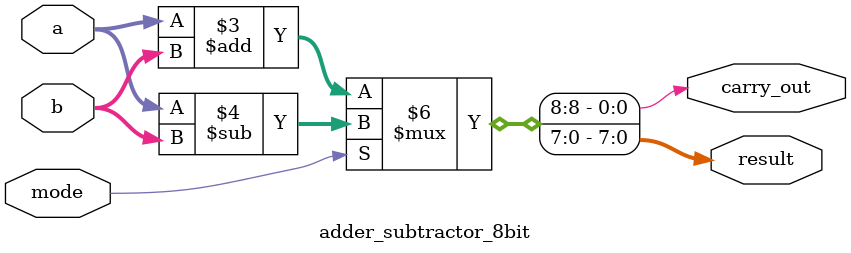
<source format=v>
module adder_subtractor_8bit(
    input [7:0] a,
    input [7:0] b,
    input mode,  // 0 for addition, 1 for subtraction
    output reg [7:0] result,
    output reg carry_out
);
    always @(a, b, mode) begin
        if (mode == 1'b0) begin
            // Addition
            {carry_out, result} = a + b;
        end else begin
            // Subtraction
            {carry_out, result} = a - b;
        end
    end
endmodule

</source>
